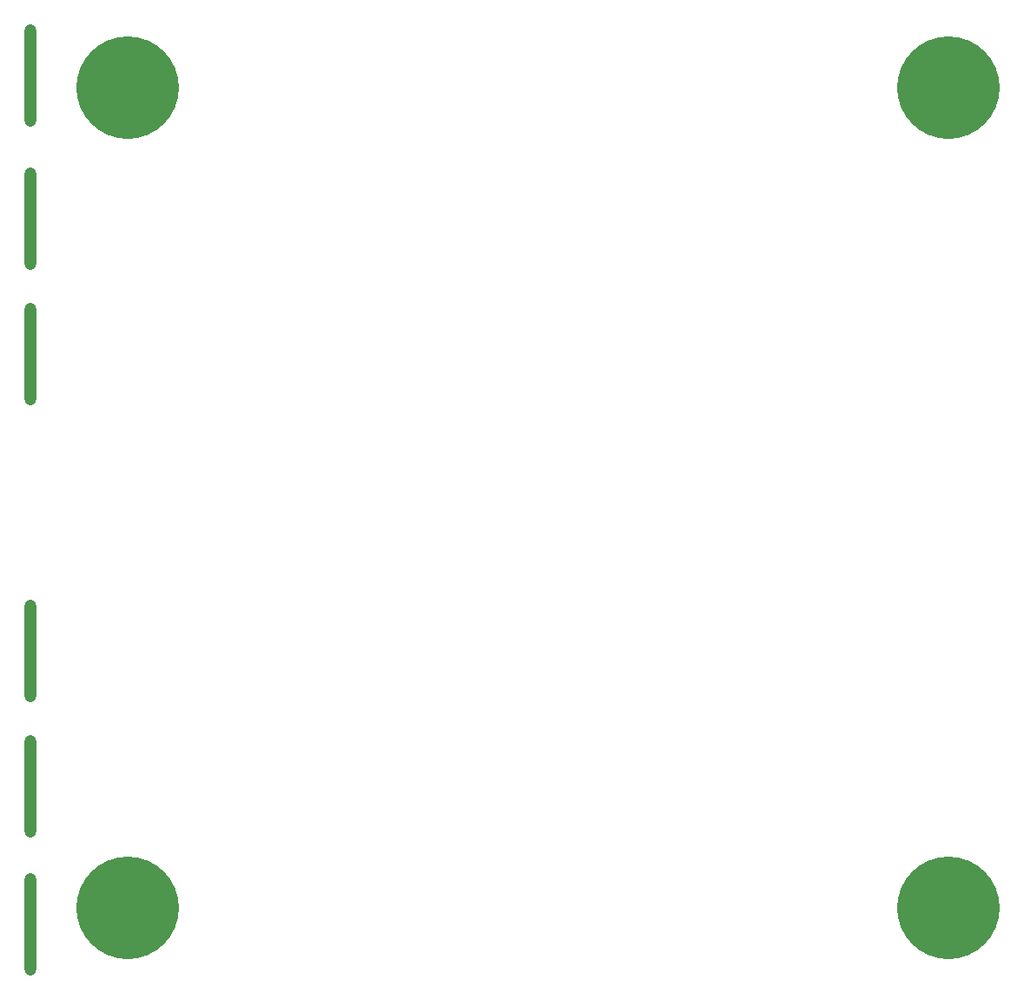
<source format=gbl>
G04*
G04 #@! TF.GenerationSoftware,Altium Limited,Altium Designer,23.9.2 (47)*
G04*
G04 Layer_Physical_Order=2*
G04 Layer_Color=16711680*
%FSLAX25Y25*%
%MOIN*%
G70*
G04*
G04 #@! TF.SameCoordinates,C371DFDB-9961-426A-A2C8-C1DE3340BBDC*
G04*
G04*
G04 #@! TF.FilePolarity,Positive*
G04*
G01*
G75*
%ADD69O,0.04724X0.39370*%
%ADD70C,0.39370*%
D69*
X129921Y33071D02*
D03*
Y85827D02*
D03*
Y137795D02*
D03*
Y251969D02*
D03*
Y303937D02*
D03*
Y359055D02*
D03*
D70*
X482283Y354331D02*
D03*
X167323Y354331D02*
D03*
Y39370D02*
D03*
X482283D02*
D03*
M02*

</source>
